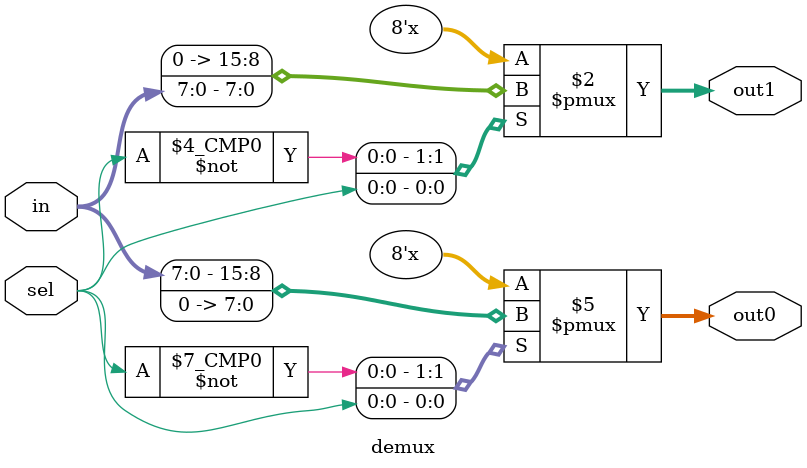
<source format=sv>
`timescale 1ns / 1ps


module demux
(   input logic sel,
    input logic [7:0] in,
    output logic [7:0] out0, out1
);

always_comb begin
    case(sel)
    0: begin
            out0 = in;
            out1 = 8'b0;
       end
    1: begin
            out1 = in;
            out0 = 8'b0;
       end
    endcase
end

endmodule

</source>
